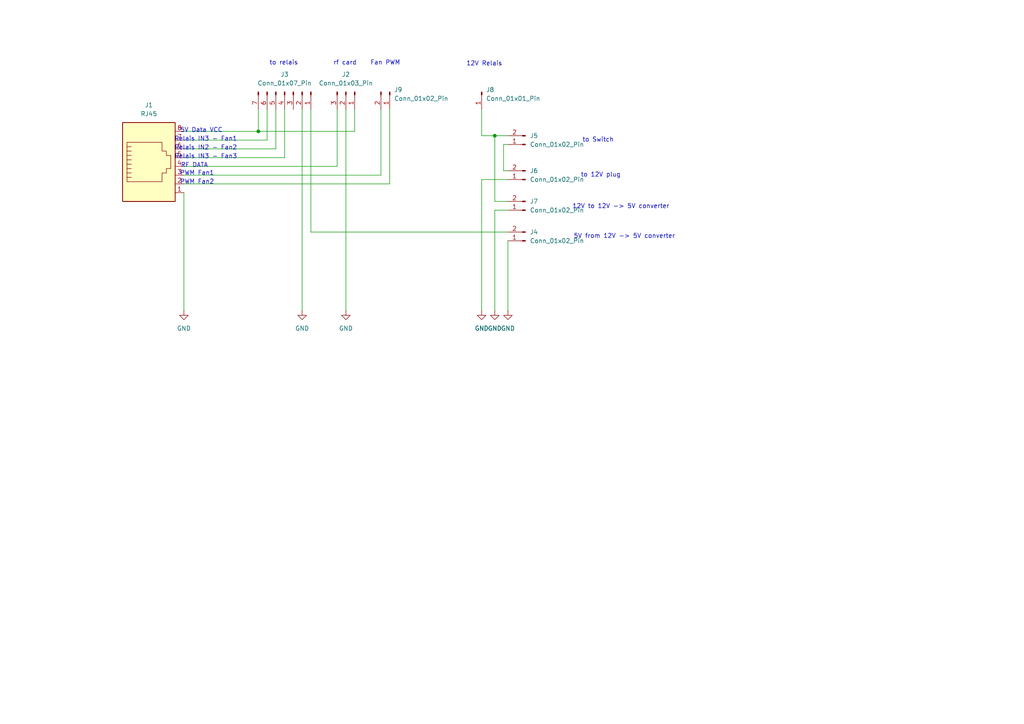
<source format=kicad_sch>
(kicad_sch (version 20231120) (generator "eeschema") (generator_version "8.0")
  (paper "A4")
  (lib_symbols
    (symbol "Connector:Conn_01x01_Pin" (pin_names (offset 1.016) hide)
      (property "Reference" "J" (at 0 2.54 0))
      (property "Value" "Conn_01x01_Pin" (at 0 -2.54 0))
      (symbol "Conn_01x01_Pin_1_1"
        (polyline (pts (xy 1.27 0) (xy 0.8636 0)) (stroke (width 0.1524)))
        (rectangle (start 0.8636 0.127) (end 0 -0.127) (stroke (width 0.1524)) (fill (type outline)))
        (pin passive line (at 5.08 0 180) (length 3.81) (name "Pin_1") (number "1"))
      )
    )
    (symbol "Connector:Conn_01x02_Pin" (pin_names (offset 1.016) hide)
      (property "Reference" "J" (at 0 2.54 0))
      (property "Value" "Conn_01x02_Pin" (at 0 -5.08 0))
      (symbol "Conn_01x02_Pin_1_1"
        (polyline (pts (xy 1.27 -2.54) (xy 0.8636 -2.54)) (stroke (width 0.1524)))
        (polyline (pts (xy 1.27 0) (xy 0.8636 0)) (stroke (width 0.1524)))
        (rectangle (start 0.8636 -2.413) (end 0 -2.667) (stroke (width 0.1524)) (fill (type outline)))
        (rectangle (start 0.8636 0.127) (end 0 -0.127) (stroke (width 0.1524)) (fill (type outline)))
        (pin passive line (at 5.08 0 180) (length 3.81) (name "Pin_1") (number "1"))
        (pin passive line (at 5.08 -2.54 180) (length 3.81) (name "Pin_2") (number "2"))
      )
    )
    (symbol "Connector:Conn_01x03_Pin" (pin_names (offset 1.016) hide)
      (property "Reference" "J" (at 0 5.08 0))
      (property "Value" "Conn_01x03_Pin" (at 0 -5.08 0))
      (symbol "Conn_01x03_Pin_1_1"
        (polyline (pts (xy 1.27 -2.54) (xy 0.8636 -2.54)) (stroke (width 0.1524)))
        (polyline (pts (xy 1.27 0) (xy 0.8636 0)) (stroke (width 0.1524)))
        (polyline (pts (xy 1.27 2.54) (xy 0.8636 2.54)) (stroke (width 0.1524)))
        (rectangle (start 0.8636 -2.413) (end 0 -2.667) (stroke (width 0.1524)) (fill (type outline)))
        (rectangle (start 0.8636 0.127) (end 0 -0.127) (stroke (width 0.1524)) (fill (type outline)))
        (rectangle (start 0.8636 2.667) (end 0 2.413) (stroke (width 0.1524)) (fill (type outline)))
        (pin passive line (at 5.08 2.54 180) (length 3.81) (name "Pin_1") (number "1"))
        (pin passive line (at 5.08 0 180) (length 3.81) (name "Pin_2") (number "2"))
        (pin passive line (at 5.08 -2.54 180) (length 3.81) (name "Pin_3") (number "3"))
      )
    )
    (symbol "Connector:Conn_01x07_Pin" (pin_names (offset 1.016) hide)
      (property "Reference" "J" (at 0 10.16 0))
      (property "Value" "Conn_01x07_Pin" (at 0 -10.16 0))
      (symbol "Conn_01x07_Pin_1_1"
        (polyline (pts (xy 1.27 -7.62) (xy 0.8636 -7.62)) (stroke (width 0.1524)))
        (polyline (pts (xy 1.27 -5.08) (xy 0.8636 -5.08)) (stroke (width 0.1524)))
        (polyline (pts (xy 1.27 -2.54) (xy 0.8636 -2.54)) (stroke (width 0.1524)))
        (polyline (pts (xy 1.27 0) (xy 0.8636 0)) (stroke (width 0.1524)))
        (polyline (pts (xy 1.27 2.54) (xy 0.8636 2.54)) (stroke (width 0.1524)))
        (polyline (pts (xy 1.27 5.08) (xy 0.8636 5.08)) (stroke (width 0.1524)))
        (polyline (pts (xy 1.27 7.62) (xy 0.8636 7.62)) (stroke (width 0.1524)))
        (rectangle (start 0.8636 -7.493) (end 0 -7.747) (stroke (width 0.1524)) (fill (type outline)))
        (rectangle (start 0.8636 -4.953) (end 0 -5.207) (stroke (width 0.1524)) (fill (type outline)))
        (rectangle (start 0.8636 -2.413) (end 0 -2.667) (stroke (width 0.1524)) (fill (type outline)))
        (rectangle (start 0.8636 0.127) (end 0 -0.127) (stroke (width 0.1524)) (fill (type outline)))
        (rectangle (start 0.8636 2.667) (end 0 2.413) (stroke (width 0.1524)) (fill (type outline)))
        (rectangle (start 0.8636 5.207) (end 0 4.953) (stroke (width 0.1524)) (fill (type outline)))
        (rectangle (start 0.8636 7.747) (end 0 7.493) (stroke (width 0.1524)) (fill (type outline)))
        (pin passive line (at 5.08 7.62 180) (length 3.81) (name "Pin_1") (number "1"))
        (pin passive line (at 5.08 5.08 180) (length 3.81) (name "Pin_2") (number "2"))
        (pin passive line (at 5.08 2.54 180) (length 3.81) (name "Pin_3") (number "3"))
        (pin passive line (at 5.08 0 180) (length 3.81) (name "Pin_4") (number "4"))
        (pin passive line (at 5.08 -2.54 180) (length 3.81) (name "Pin_5") (number "5"))
        (pin passive line (at 5.08 -5.08 180) (length 3.81) (name "Pin_6") (number "6"))
        (pin passive line (at 5.08 -7.62 180) (length 3.81) (name "Pin_7") (number "7"))
      )
    )
    (symbol "Connector:RJ45" (pin_names (offset 1.016))
      (property "Reference" "J" (at -5.08 13.97 0))
      (property "Value" "RJ45" (at 2.54 13.97 0))
      (symbol "RJ45_0_1"
        (polyline (pts (xy -5.08 4.445) (xy -6.35 4.445)))
        (polyline (pts (xy -5.08 5.715) (xy -6.35 5.715)))
        (polyline (pts (xy -6.35 -3.175) (xy -5.08 -3.175) (xy -5.08 -3.175)))
        (polyline (pts (xy -6.35 -1.905) (xy -5.08 -1.905) (xy -5.08 -1.905)))
        (polyline (pts (xy -6.35 -0.635) (xy -5.08 -0.635) (xy -5.08 -0.635)))
        (polyline (pts (xy -6.35 0.635) (xy -5.08 0.635) (xy -5.08 0.635)))
        (polyline (pts (xy -6.35 1.905) (xy -5.08 1.905) (xy -5.08 1.905)))
        (polyline (pts (xy -5.08 3.175) (xy -6.35 3.175) (xy -6.35 3.175)))
        (polyline (pts (xy -6.35 -4.445) (xy -6.35 6.985) (xy 3.81 6.985) (xy 3.81 4.445) (xy 5.08 4.445) (xy 5.08 3.175) (xy 6.35 3.175) (xy 6.35 -0.635) (xy 5.08 -0.635) (xy 5.08 -1.905) (xy 3.81 -1.905) (xy 3.81 -4.445) (xy -6.35 -4.445) (xy -6.35 -4.445)))
        (rectangle (start 7.62 12.7) (end -7.62 -10.16) (stroke (width 0.254)) (fill (type background)))
      )
      (symbol "RJ45_1_1"
        (pin passive line (at 10.16 -7.62 180) (length 2.54) (name "~") (number "1"))
        (pin passive line (at 10.16 -5.08 180) (length 2.54) (name "~") (number "2"))
        (pin passive line (at 10.16 -2.54 180) (length 2.54) (name "~") (number "3"))
        (pin passive line (at 10.16 0 180) (length 2.54) (name "~") (number "4"))
        (pin passive line (at 10.16 2.54 180) (length 2.54) (name "~") (number "5"))
        (pin passive line (at 10.16 5.08 180) (length 2.54) (name "~") (number "6"))
        (pin passive line (at 10.16 7.62 180) (length 2.54) (name "~") (number "7"))
        (pin passive line (at 10.16 10.16 180) (length 2.54) (name "~") (number "8"))
      )
    )
    (symbol "power:GND" (power) (pin_numbers hide) (pin_names (offset 0) hide)
      (property "Value" "GND" (at 0 -3.81 0))
      (symbol "GND_0_1"
        (polyline (pts (xy 0 0) (xy 0 -1.27) (xy 1.27 -1.27) (xy 0 -2.54) (xy -1.27 -1.27) (xy 0 -1.27)))
      )
      (symbol "GND_1_1"
        (pin power_in line (at 0 0 270) (length 0) (name "~") (number "1"))
      )
    )
  )
  (junction (at 74.93 38.1))
  (junction (at 143.51 39.37))
  (wire (pts (xy 97.79 48.26) (xy 97.79 31.75)))
  (wire (pts (xy 113.03 31.75) (xy 113.03 53.34)))
  (wire (pts (xy 53.34 45.72) (xy 82.55 45.72)))
  (wire (pts (xy 146.05 41.91) (xy 147.32 41.91)))
  (wire (pts (xy 102.87 38.1) (xy 74.93 38.1)))
  (wire (pts (xy 143.51 60.96) (xy 143.51 90.17)))
  (wire (pts (xy 82.55 45.72) (xy 82.55 31.75)))
  (wire (pts (xy 77.47 40.64) (xy 77.47 31.75)))
  (wire (pts (xy 53.34 48.26) (xy 97.79 48.26)))
  (wire (pts (xy 90.17 67.31) (xy 90.17 31.75)))
  (wire (pts (xy 110.49 50.8) (xy 53.34 50.8)))
  (wire (pts (xy 74.93 38.1) (xy 53.34 38.1)))
  (wire (pts (xy 80.01 43.18) (xy 80.01 31.75)))
  (wire (pts (xy 147.32 52.07) (xy 139.7 52.07)))
  (wire (pts (xy 147.32 67.31) (xy 90.17 67.31)))
  (wire (pts (xy 53.34 43.18) (xy 80.01 43.18)))
  (wire (pts (xy 100.33 31.75) (xy 100.33 90.17)))
  (wire (pts (xy 147.32 69.85) (xy 147.32 90.17)))
  (wire (pts (xy 53.34 55.88) (xy 53.34 90.17)))
  (wire (pts (xy 147.32 39.37) (xy 143.51 39.37)))
  (wire (pts (xy 143.51 39.37) (xy 143.51 58.42)))
  (wire (pts (xy 87.63 31.75) (xy 87.63 90.17)))
  (wire (pts (xy 74.93 31.75) (xy 74.93 38.1)))
  (wire (pts (xy 147.32 60.96) (xy 143.51 60.96)))
  (wire (pts (xy 110.49 31.75) (xy 110.49 50.8)))
  (wire (pts (xy 147.32 49.53) (xy 146.05 49.53)))
  (wire (pts (xy 139.7 39.37) (xy 143.51 39.37)))
  (wire (pts (xy 53.34 40.64) (xy 77.47 40.64)))
  (wire (pts (xy 139.7 52.07) (xy 139.7 90.17)))
  (wire (pts (xy 139.7 31.75) (xy 139.7 39.37)))
  (wire (pts (xy 102.87 31.75) (xy 102.87 38.1)))
  (wire (pts (xy 113.03 53.34) (xy 53.34 53.34)))
  (wire (pts (xy 146.05 49.53) (xy 146.05 41.91)))
  (wire (pts (xy 143.51 58.42) (xy 147.32 58.42)))
  (text "Relais IN3 - Fan3" (at 59.69 45.466 0) (effects (font (size 1.27 1.27))))
  (text "PWM Fan1" (at 57.15 50.292 0) (effects (font (size 1.27 1.27))))
  (text "rf card" (at 100.076 18.288 0) (effects (font (size 1.27 1.27))))
  (text "to Switch" (at 173.482 40.64 0) (effects (font (size 1.27 1.27))))
  (text "RF DATA" (at 56.388 48.006 0) (effects (font (size 1.27 1.27))))
  (text "Fan PWM" (at 111.76 18.288 0) (effects (font (size 1.27 1.27))))
  (text "12V to 12V -> 5V converter" (at 180.086 59.944 0) (effects (font (size 1.27 1.27))))
  (text "5V from 12V -> 5V converter" (at 181.102 68.58 0) (effects (font (size 1.27 1.27))))
  (text "to 12V plug" (at 174.244 50.8 0) (effects (font (size 1.27 1.27))))
  (text "Relais IN3 - Fan1" (at 59.69 40.386 0) (effects (font (size 1.27 1.27))))
  (text "12V Relais" (at 140.462 18.542 0) (effects (font (size 1.27 1.27))))
  (text "Relais IN2 - Fan2" (at 59.69 42.926 0) (effects (font (size 1.27 1.27))))
  (text "5V Data VCC" (at 58.42 37.846 0) (effects (font (size 1.27 1.27))))
  (text "to relais" (at 82.296 18.288 0) (effects (font (size 1.27 1.27))))
  (text "PWM Fan2" (at 57.15 52.832 0) (effects (font (size 1.27 1.27))))
  (symbol (lib_id "Connector:Conn_01x02_Pin") (at 152.4 69.85 180) (unit 1)
    (property "Reference" "J4" (at 153.67 67.31 0) (effects (justify right)))
    (property "Value" "Conn_01x02_Pin" (at 153.67 69.85 0) (effects (justify right)))
    (property "Description" "Generic connector, single row, 01x02, script generated" (effects (hide yes)))
  )
  (symbol (lib_id "power:GND") (at 143.51 90.17 0) (unit 1)
    (property "Reference" "#PWR05" (effects (hide yes)))
    (property "Value" "GND" (at 143.51 95.25 0))
    (property "Description" "Power symbol creates a global label with name \"GND\" , ground" (effects (hide yes)))
  )
  (symbol (lib_id "Connector:RJ45") (at 43.18 48.26 0) (unit 1)
    (property "Reference" "J1" (at 43.18 30.48 0))
    (property "Value" "RJ45" (at 43.18 33.02 0))
    (property "Footprint" "Connector_RJ:RJ45_Amphenol_54602-x08_Horizontal" (effects (hide yes)))
    (property "Description" "RJ connector, 8P8C (8 positions 8 connected)" (effects (hide yes)))
  )
  (symbol (lib_id "Connector:Conn_01x02_Pin") (at 152.4 41.91 180) (unit 1)
    (property "Reference" "J5" (at 153.67 39.37 0) (effects (justify right)))
    (property "Value" "Conn_01x02_Pin" (at 153.67 41.91 0) (effects (justify right)))
    (property "Description" "Generic connector, single row, 01x02, script generated" (effects (hide yes)))
  )
  (symbol (lib_id "Connector:Conn_01x01_Pin") (at 139.7 26.67 270) (unit 1)
    (property "Reference" "J8" (at 140.97 26.035 90) (effects (justify left)))
    (property "Value" "Conn_01x01_Pin" (at 140.97 28.575 90) (effects (justify left)))
    (property "Description" "Generic connector, single row, 01x01, script generated" (effects (hide yes)))
  )
  (symbol (lib_id "Connector:Conn_01x07_Pin") (at 82.55 26.67 270) (unit 1)
    (property "Reference" "J3" (at 82.55 21.59 90))
    (property "Value" "Conn_01x07_Pin" (at 82.55 24.13 90))
    (property "Description" "Generic connector, single row, 01x07, script generated" (effects (hide yes)))
  )
  (symbol (lib_id "power:GND") (at 87.63 90.17 0) (unit 1)
    (property "Reference" "#PWR02" (effects (hide yes)))
    (property "Value" "GND" (at 87.63 95.25 0))
    (property "Description" "Power symbol creates a global label with name \"GND\" , ground" (effects (hide yes)))
  )
  (symbol (lib_id "power:GND") (at 53.34 90.17 0) (unit 1)
    (property "Reference" "#PWR01" (effects (hide yes)))
    (property "Value" "GND" (at 53.34 95.25 0))
    (property "Description" "Power symbol creates a global label with name \"GND\" , ground" (effects (hide yes)))
  )
  (symbol (lib_id "Connector:Conn_01x02_Pin") (at 152.4 52.07 180) (unit 1)
    (property "Reference" "J6" (at 153.67 49.53 0) (effects (justify right)))
    (property "Value" "Conn_01x02_Pin" (at 153.67 52.07 0) (effects (justify right)))
    (property "Description" "Generic connector, single row, 01x02, script generated" (effects (hide yes)))
  )
  (symbol (lib_id "power:GND") (at 100.33 90.17 0) (unit 1)
    (property "Reference" "#PWR03" (effects (hide yes)))
    (property "Value" "GND" (at 100.33 95.25 0))
    (property "Description" "Power symbol creates a global label with name \"GND\" , ground" (effects (hide yes)))
  )
  (symbol (lib_id "power:GND") (at 147.32 90.17 0) (unit 1)
    (property "Reference" "#PWR04" (effects (hide yes)))
    (property "Value" "GND" (at 147.32 95.25 0))
    (property "Description" "Power symbol creates a global label with name \"GND\" , ground" (effects (hide yes)))
  )
  (symbol (lib_id "Connector:Conn_01x02_Pin") (at 113.03 26.67 270) (unit 1)
    (property "Reference" "J9" (at 114.3 26.035 90) (effects (justify left)))
    (property "Value" "Conn_01x02_Pin" (at 114.3 28.575 90) (effects (justify left)))
    (property "Description" "Generic connector, single row, 01x02, script generated" (effects (hide yes)))
  )
  (symbol (lib_id "power:GND") (at 139.7 90.17 0) (unit 1)
    (property "Reference" "#PWR06" (effects (hide yes)))
    (property "Value" "GND" (at 139.7 95.25 0))
    (property "Description" "Power symbol creates a global label with name \"GND\" , ground" (effects (hide yes)))
  )
  (symbol (lib_id "Connector:Conn_01x02_Pin") (at 152.4 60.96 180) (unit 1)
    (property "Reference" "J7" (at 153.67 58.42 0) (effects (justify right)))
    (property "Value" "Conn_01x02_Pin" (at 153.67 60.96 0) (effects (justify right)))
    (property "Description" "Generic connector, single row, 01x02, script generated" (effects (hide yes)))
  )
  (symbol (lib_id "Connector:Conn_01x03_Pin") (at 100.33 26.67 270) (unit 1)
    (property "Reference" "J2" (at 100.33 21.59 90))
    (property "Value" "Conn_01x03_Pin" (at 100.33 24.13 90))
    (property "Description" "Generic connector, single row, 01x03, script generated" (effects (hide yes)))
  )
)
</source>
